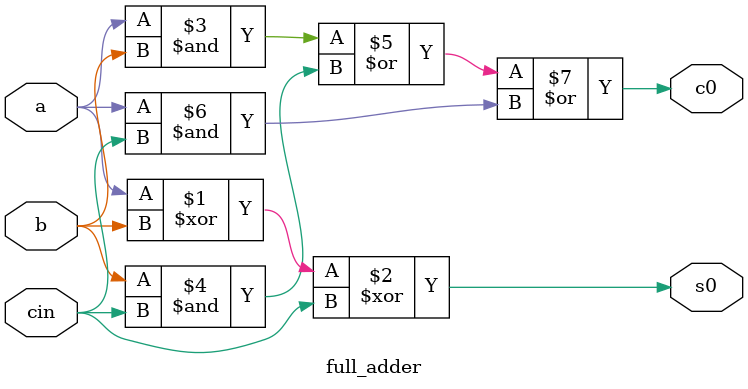
<source format=v>
`timescale 1ns / 1ps

module full_adder(
  input a, b, cin, 
  output s0, c0
   );
  assign s0 = a ^ b ^ cin;
  assign c0 = (a & b) | (b & cin) | (a & cin);
endmodule

</source>
